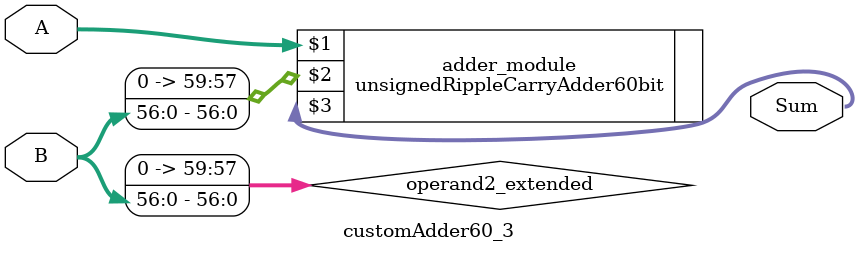
<source format=v>
module customAdder60_3(
                        input [59 : 0] A,
                        input [56 : 0] B,
                        
                        output [60 : 0] Sum
                );

        wire [59 : 0] operand2_extended;
        
        assign operand2_extended =  {3'b0, B};
        
        unsignedRippleCarryAdder60bit adder_module(
            A,
            operand2_extended,
            Sum
        );
        
        endmodule
        
</source>
